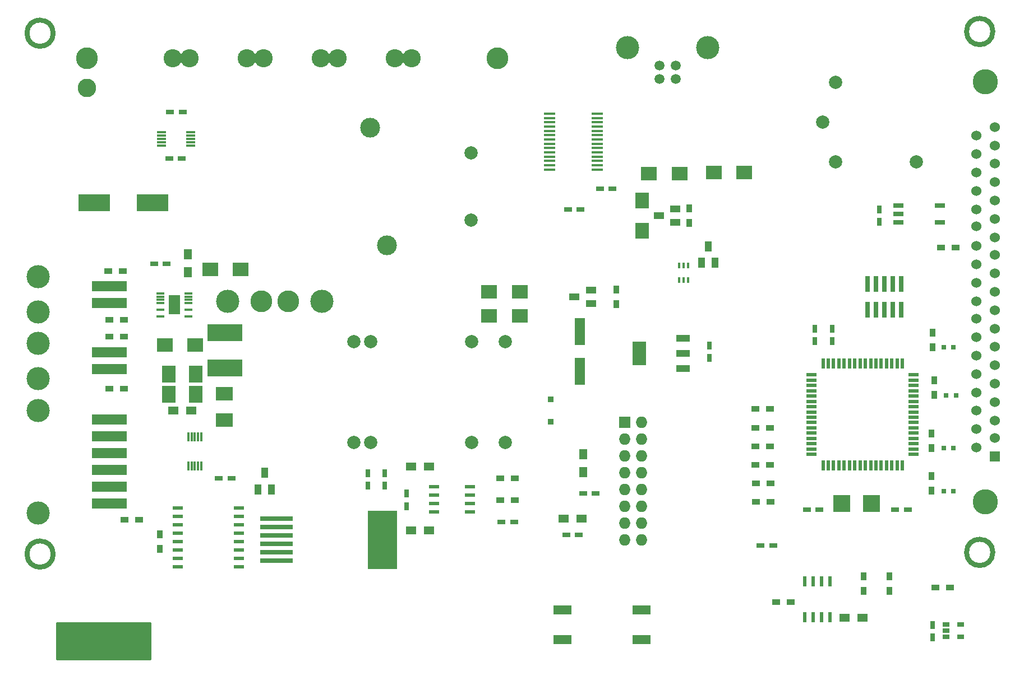
<source format=gbr>
G04 #@! TF.FileFunction,Soldermask,Top*
%FSLAX46Y46*%
G04 Gerber Fmt 4.6, Leading zero omitted, Abs format (unit mm)*
G04 Created by KiCad (PCBNEW 4.0.2-stable) date 12/22/2016 4:19:51 PM*
%MOMM*%
G01*
G04 APERTURE LIST*
%ADD10C,0.100000*%
%ADD11C,0.762000*%
%ADD12C,2.000000*%
%ADD13R,1.200000X0.750000*%
%ADD14R,0.750000X1.200000*%
%ADD15R,2.500000X2.000000*%
%ADD16R,2.000000X2.500000*%
%ADD17R,0.797560X0.797560*%
%ADD18C,3.810000*%
%ADD19R,1.524000X1.524000*%
%ADD20C,1.524000*%
%ADD21R,5.000000X0.760000*%
%ADD22R,4.500000X8.800000*%
%ADD23R,1.727200X1.727200*%
%ADD24O,1.727200X1.727200*%
%ADD25R,1.200000X0.900000*%
%ADD26R,0.900000X1.200000*%
%ADD27R,1.500000X1.300000*%
%ADD28R,1.500000X0.550000*%
%ADD29R,0.550000X1.500000*%
%ADD30R,1.060000X0.650000*%
%ADD31R,1.500000X0.600000*%
%ADD32R,1.450000X0.300000*%
%ADD33R,0.300000X1.450000*%
%ADD34R,1.550000X0.600000*%
%ADD35R,2.032000X3.657600*%
%ADD36R,2.032000X1.016000*%
%ADD37R,0.600000X1.550000*%
%ADD38R,1.750000X0.450000*%
%ADD39R,1.000000X1.500000*%
%ADD40R,1.500000X1.000000*%
%ADD41R,2.500000X2.500000*%
%ADD42R,5.330000X1.650000*%
%ADD43C,3.500000*%
%ADD44C,2.750000*%
%ADD45C,3.300000*%
%ADD46C,2.790000*%
%ADD47R,0.760000X2.400000*%
%ADD48R,1.500000X0.800000*%
%ADD49R,0.400000X0.900000*%
%ADD50C,1.501140*%
%ADD51C,3.500120*%
%ADD52C,3.000000*%
%ADD53R,1.250000X0.305000*%
%ADD54R,1.651000X2.845000*%
%ADD55C,1.500000*%
%ADD56R,2.825000X1.400000*%
%ADD57R,0.850900X0.850900*%
%ADD58R,1.300000X1.500000*%
%ADD59R,2.400000X2.000000*%
%ADD60R,2.000000X2.400000*%
%ADD61R,5.300980X2.540000*%
%ADD62R,4.800000X2.500000*%
%ADD63R,1.600000X4.100000*%
%ADD64C,0.254000*%
G04 APERTURE END LIST*
D10*
D11*
X76024803Y-137414000D02*
G75*
G03X76024803Y-137414000I-1983803J0D01*
G01*
X76024803Y-58674000D02*
G75*
G03X76024803Y-58674000I-1983803J0D01*
G01*
X217883803Y-58420000D02*
G75*
G03X217883803Y-58420000I-1983803J0D01*
G01*
X217883803Y-137160000D02*
G75*
G03X217883803Y-137160000I-1983803J0D01*
G01*
D12*
X144272000Y-120543000D03*
X139192000Y-120543000D03*
X144272000Y-105263000D03*
X139192000Y-105263000D03*
X123952000Y-105263000D03*
X121412000Y-105263000D03*
X123952000Y-120543000D03*
X121412000Y-120543000D03*
D13*
X203139000Y-130683000D03*
X205039000Y-130683000D03*
D14*
X191008000Y-105217000D03*
X191008000Y-103317000D03*
D13*
X191704000Y-130683000D03*
X189804000Y-130683000D03*
D14*
X193675000Y-105217000D03*
X193675000Y-103317000D03*
X200787000Y-87183000D03*
X200787000Y-85283000D03*
D13*
X95438000Y-77597000D03*
X93538000Y-77597000D03*
D15*
X101854000Y-113189000D03*
X101854000Y-117189000D03*
D14*
X129349500Y-128272500D03*
X129349500Y-130172500D03*
D16*
X97504000Y-113284000D03*
X93504000Y-113284000D03*
D13*
X145603000Y-132588000D03*
X143703000Y-132588000D03*
D14*
X208788000Y-150048000D03*
X208788000Y-148148000D03*
D13*
X184719000Y-136144000D03*
X182819000Y-136144000D03*
X160462000Y-82169000D03*
X158562000Y-82169000D03*
X153736000Y-85344000D03*
X155636000Y-85344000D03*
X102931000Y-125984000D03*
X101031000Y-125984000D03*
X93665000Y-70612000D03*
X95565000Y-70612000D03*
D14*
X175133000Y-105857000D03*
X175133000Y-107757000D03*
D17*
X211950300Y-106172000D03*
X210451700Y-106172000D03*
X211950300Y-121412000D03*
X210451700Y-121412000D03*
X211950300Y-127889000D03*
X210451700Y-127889000D03*
X212331300Y-113411000D03*
X210832700Y-113411000D03*
D18*
X216789000Y-66040000D03*
X216789000Y-129540000D03*
D19*
X218186000Y-122682000D03*
D20*
X218186000Y-119888000D03*
X218186000Y-117221000D03*
X218186000Y-114427000D03*
X218186000Y-111633000D03*
X218186000Y-108839000D03*
X218186000Y-106045000D03*
X218186000Y-103378000D03*
X218186000Y-100584000D03*
X218186000Y-97790000D03*
X218186000Y-94996000D03*
X218186000Y-92202000D03*
X218186000Y-89535000D03*
X218186000Y-86741000D03*
X218186000Y-83947000D03*
X218186000Y-81153000D03*
X218186000Y-78359000D03*
X218186000Y-75692000D03*
X218186000Y-72898000D03*
X215392000Y-121285000D03*
X215392000Y-118491000D03*
X215392000Y-115697000D03*
X215392000Y-113030000D03*
X215392000Y-110236000D03*
X215392000Y-107442000D03*
X215392000Y-104648000D03*
X215392000Y-101854000D03*
X215392000Y-99187000D03*
X215392000Y-96393000D03*
X215392000Y-93599000D03*
X215392000Y-90805000D03*
X215392000Y-87884000D03*
X215392000Y-85344000D03*
X215392000Y-82550000D03*
X215392000Y-79756000D03*
X215392000Y-76962000D03*
X215392000Y-74168000D03*
D21*
X109702000Y-132080000D03*
X109702000Y-138430000D03*
X109702000Y-137160000D03*
X109702000Y-135890000D03*
X109702000Y-134620000D03*
D22*
X125752000Y-135255000D03*
D21*
X109702000Y-133350000D03*
D23*
X162306000Y-117475000D03*
D24*
X164846000Y-117475000D03*
X162306000Y-120015000D03*
X164846000Y-120015000D03*
X162306000Y-122555000D03*
X164846000Y-122555000D03*
X162306000Y-125095000D03*
X164846000Y-125095000D03*
X162306000Y-127635000D03*
X164846000Y-127635000D03*
X162306000Y-130175000D03*
X164846000Y-130175000D03*
X162306000Y-132715000D03*
X164846000Y-132715000D03*
X162306000Y-135255000D03*
X164846000Y-135255000D03*
D25*
X145753000Y-125984000D03*
X143553000Y-125984000D03*
X145753000Y-129286000D03*
X143553000Y-129286000D03*
D26*
X208788000Y-106129000D03*
X208788000Y-103929000D03*
X208661000Y-121369000D03*
X208661000Y-119169000D03*
X208661000Y-127846000D03*
X208661000Y-125646000D03*
D25*
X210101000Y-91059000D03*
X212301000Y-91059000D03*
X86784000Y-132270500D03*
X88984000Y-132270500D03*
D27*
X130095000Y-124206000D03*
X132795000Y-124206000D03*
X130095000Y-133858000D03*
X132795000Y-133858000D03*
D26*
X209042000Y-113368000D03*
X209042000Y-111168000D03*
D25*
X185209000Y-144653000D03*
X187409000Y-144653000D03*
D27*
X198200000Y-147066000D03*
X195500000Y-147066000D03*
D25*
X211412000Y-142494000D03*
X209212000Y-142494000D03*
X86698000Y-112395000D03*
X84498000Y-112395000D03*
X86698000Y-104521000D03*
X84498000Y-104521000D03*
D26*
X172085000Y-87333000D03*
X172085000Y-85133000D03*
X161036000Y-99652000D03*
X161036000Y-97452000D03*
D28*
X190547000Y-110332000D03*
X190547000Y-111132000D03*
X190547000Y-111932000D03*
X190547000Y-112732000D03*
X190547000Y-113532000D03*
X190547000Y-114332000D03*
X190547000Y-115132000D03*
X190547000Y-115932000D03*
X190547000Y-116732000D03*
X190547000Y-117532000D03*
X190547000Y-118332000D03*
X190547000Y-119132000D03*
X190547000Y-119932000D03*
X190547000Y-120732000D03*
X190547000Y-121532000D03*
X190547000Y-122332000D03*
D29*
X192247000Y-124032000D03*
X193047000Y-124032000D03*
X193847000Y-124032000D03*
X194647000Y-124032000D03*
X195447000Y-124032000D03*
X196247000Y-124032000D03*
X197047000Y-124032000D03*
X197847000Y-124032000D03*
X198647000Y-124032000D03*
X199447000Y-124032000D03*
X200247000Y-124032000D03*
X201047000Y-124032000D03*
X201847000Y-124032000D03*
X202647000Y-124032000D03*
X203447000Y-124032000D03*
X204247000Y-124032000D03*
D28*
X205947000Y-122332000D03*
X205947000Y-121532000D03*
X205947000Y-120732000D03*
X205947000Y-119932000D03*
X205947000Y-119132000D03*
X205947000Y-118332000D03*
X205947000Y-117532000D03*
X205947000Y-116732000D03*
X205947000Y-115932000D03*
X205947000Y-115132000D03*
X205947000Y-114332000D03*
X205947000Y-113532000D03*
X205947000Y-112732000D03*
X205947000Y-111932000D03*
X205947000Y-111132000D03*
X205947000Y-110332000D03*
D29*
X204247000Y-108632000D03*
X203447000Y-108632000D03*
X202647000Y-108632000D03*
X201847000Y-108632000D03*
X201047000Y-108632000D03*
X200247000Y-108632000D03*
X199447000Y-108632000D03*
X198647000Y-108632000D03*
X197847000Y-108632000D03*
X197047000Y-108632000D03*
X196247000Y-108632000D03*
X195447000Y-108632000D03*
X194647000Y-108632000D03*
X193847000Y-108632000D03*
X193047000Y-108632000D03*
X192247000Y-108632000D03*
D30*
X210863000Y-148021000D03*
X210863000Y-148971000D03*
X210863000Y-149921000D03*
X213063000Y-149921000D03*
X213063000Y-148021000D03*
D31*
X94791000Y-130429000D03*
X94791000Y-131699000D03*
X94791000Y-132969000D03*
X94791000Y-134239000D03*
X94791000Y-135509000D03*
X94791000Y-136779000D03*
X94791000Y-138049000D03*
X94791000Y-139319000D03*
X104091000Y-139319000D03*
X104091000Y-138049000D03*
X104091000Y-136779000D03*
X104091000Y-135509000D03*
X104091000Y-134239000D03*
X104091000Y-132969000D03*
X104091000Y-131699000D03*
X104091000Y-130429000D03*
D32*
X96815000Y-73676000D03*
X96815000Y-74176000D03*
X96815000Y-74676000D03*
X96815000Y-75176000D03*
X96815000Y-75676000D03*
X92415000Y-74676000D03*
X92415000Y-75676000D03*
X92415000Y-75176000D03*
X92415000Y-74176000D03*
X92415000Y-73676000D03*
D33*
X96409000Y-119720000D03*
X96909000Y-119720000D03*
X97409000Y-119720000D03*
X97909000Y-119720000D03*
X98409000Y-119720000D03*
X97409000Y-124120000D03*
X98409000Y-124120000D03*
X97909000Y-124120000D03*
X96909000Y-124120000D03*
X96409000Y-124120000D03*
D34*
X133507500Y-127254000D03*
X133507500Y-128524000D03*
X133507500Y-129794000D03*
X133507500Y-131064000D03*
X138907500Y-131064000D03*
X138907500Y-129794000D03*
X138907500Y-128524000D03*
X138907500Y-127254000D03*
D35*
X164528500Y-107124500D03*
D36*
X171132500Y-107124500D03*
X171132500Y-104838500D03*
X171132500Y-109410500D03*
D37*
X193294000Y-141572000D03*
X192024000Y-141572000D03*
X190754000Y-141572000D03*
X189484000Y-141572000D03*
X189484000Y-146972000D03*
X190754000Y-146972000D03*
X192024000Y-146972000D03*
X193294000Y-146972000D03*
D38*
X150959000Y-70832000D03*
X150959000Y-71482000D03*
X150959000Y-72132000D03*
X150959000Y-72782000D03*
X150959000Y-73432000D03*
X150959000Y-74082000D03*
X150959000Y-74732000D03*
X150959000Y-75382000D03*
X150959000Y-76032000D03*
X150959000Y-76682000D03*
X150959000Y-77332000D03*
X150959000Y-77982000D03*
X150959000Y-78632000D03*
X150959000Y-79282000D03*
X158159000Y-79282000D03*
X158159000Y-78632000D03*
X158159000Y-77982000D03*
X158159000Y-77332000D03*
X158159000Y-76682000D03*
X158159000Y-76032000D03*
X158159000Y-75382000D03*
X158159000Y-74732000D03*
X158159000Y-74082000D03*
X158159000Y-73432000D03*
X158159000Y-72782000D03*
X158159000Y-72132000D03*
X158159000Y-71482000D03*
X158159000Y-70832000D03*
D39*
X108950000Y-127615000D03*
X106950000Y-127615000D03*
X107950000Y-125115000D03*
X175942500Y-93388500D03*
X173942500Y-93388500D03*
X174942500Y-90888500D03*
D40*
X169969500Y-85233000D03*
X169969500Y-87233000D03*
X167469500Y-86233000D03*
X157206000Y-97552000D03*
X157206000Y-99552000D03*
X154706000Y-98552000D03*
D41*
X199608000Y-129794000D03*
X195108000Y-129794000D03*
D42*
X84466000Y-117094000D03*
X84466000Y-129794000D03*
X84466000Y-127254000D03*
X84466000Y-119634000D03*
D43*
X73776000Y-131189000D03*
D42*
X84466000Y-124714000D03*
X84466000Y-122174000D03*
D43*
X73776000Y-115699000D03*
X73776000Y-110869000D03*
D42*
X84466000Y-109474000D03*
X84466000Y-106934000D03*
D43*
X73776000Y-105539000D03*
D44*
X94101000Y-62484000D03*
X96641000Y-62484000D03*
X130181000Y-62484000D03*
X127641000Y-62484000D03*
X105281000Y-62484000D03*
X107821000Y-62484000D03*
X119001000Y-62484000D03*
X116461000Y-62484000D03*
D45*
X81151000Y-62484000D03*
X143131000Y-62484000D03*
D46*
X81151000Y-66934000D03*
D47*
X200279000Y-96602000D03*
X201549000Y-96602000D03*
X199009000Y-96602000D03*
X204089000Y-96602000D03*
X202819000Y-96602000D03*
X204089000Y-100502000D03*
X202819000Y-100502000D03*
X201549000Y-100502000D03*
X200279000Y-100502000D03*
X199009000Y-100502000D03*
D48*
X209906000Y-87249000D03*
X209906000Y-84709000D03*
X203606000Y-84709000D03*
X203606000Y-87249000D03*
X203606000Y-85979000D03*
D49*
X170546000Y-93769000D03*
X171846000Y-93769000D03*
X171196000Y-93769000D03*
X170546000Y-95969000D03*
X171846000Y-95969000D03*
X171196000Y-95969000D03*
D50*
X170027600Y-63550800D03*
X167538400Y-63550800D03*
X167538400Y-65557400D03*
X170027600Y-65557400D03*
D51*
X174802800Y-60833000D03*
X162763200Y-60833000D03*
D14*
X123571000Y-125161000D03*
X123571000Y-127061000D03*
D43*
X73776000Y-100836000D03*
D42*
X84466000Y-99441000D03*
X84466000Y-96901000D03*
D43*
X73776000Y-95506000D03*
D26*
X92138500Y-136609000D03*
X92138500Y-134409000D03*
D25*
X86698000Y-101981000D03*
X84498000Y-101981000D03*
X86571000Y-94615000D03*
X84371000Y-94615000D03*
D52*
X123888500Y-72961500D03*
X126428500Y-90741500D03*
D12*
X139128500Y-86931500D03*
X139128500Y-76771500D03*
X194179000Y-78136000D03*
X192179000Y-72136000D03*
X194179000Y-66136000D03*
X206379000Y-78136000D03*
D53*
X96403000Y-101493000D03*
X96403000Y-100493000D03*
X96403000Y-99493000D03*
X96403000Y-98993000D03*
X96403000Y-98493000D03*
X96403000Y-97993000D03*
X92192000Y-97993000D03*
X92192000Y-98493000D03*
X92192000Y-98993000D03*
X92192000Y-99493000D03*
X92192000Y-100493000D03*
X92192000Y-101493000D03*
D54*
X94297500Y-99718000D03*
D55*
X94297500Y-99918000D03*
D56*
X164877000Y-145832000D03*
X164877000Y-150332000D03*
X152877000Y-150332000D03*
X152877000Y-145832000D03*
D57*
X151130000Y-114023140D03*
X151130000Y-117370860D03*
D43*
X116584000Y-99250500D03*
D45*
X111504000Y-99250500D03*
X107444000Y-99250500D03*
D43*
X102364000Y-99250500D03*
D27*
X94154000Y-115697000D03*
X96854000Y-115697000D03*
D58*
X96393000Y-94822000D03*
X96393000Y-92122000D03*
D16*
X97504000Y-110236000D03*
X93504000Y-110236000D03*
D13*
X93152000Y-93535500D03*
X91252000Y-93535500D03*
D14*
X126111000Y-125161000D03*
X126111000Y-127061000D03*
D13*
X156022000Y-128270000D03*
X157922000Y-128270000D03*
X155382000Y-134493000D03*
X153482000Y-134493000D03*
D26*
X198374000Y-142959000D03*
X198374000Y-140759000D03*
X202311000Y-142959000D03*
X202311000Y-140759000D03*
D59*
X92886500Y-105791000D03*
X97486500Y-105791000D03*
X165975000Y-79883000D03*
X170575000Y-79883000D03*
D60*
X164909500Y-88533000D03*
X164909500Y-83933000D03*
D59*
X175754000Y-79756000D03*
X180354000Y-79756000D03*
X146445000Y-97790000D03*
X141845000Y-97790000D03*
X141845000Y-101409500D03*
X146445000Y-101409500D03*
X104344500Y-94361000D03*
X99744500Y-94361000D03*
D61*
X101917500Y-103949500D03*
X101917500Y-109283500D03*
D58*
X156083000Y-125048000D03*
X156083000Y-122348000D03*
D27*
X153082000Y-132080000D03*
X155782000Y-132080000D03*
D62*
X91014000Y-84328000D03*
X82214000Y-84328000D03*
D63*
X155575000Y-103807000D03*
X155575000Y-109807000D03*
D25*
X184234000Y-123952000D03*
X182034000Y-123952000D03*
X184234000Y-121158000D03*
X182034000Y-121158000D03*
X184234000Y-118364000D03*
X182034000Y-118364000D03*
X184234000Y-115443000D03*
X182034000Y-115443000D03*
X184361000Y-129540000D03*
X182161000Y-129540000D03*
X184361000Y-126746000D03*
X182161000Y-126746000D03*
D64*
G36*
X90678000Y-153289000D02*
X76581000Y-153289000D01*
X76581000Y-147828000D01*
X90678000Y-147828000D01*
X90678000Y-153289000D01*
X90678000Y-153289000D01*
G37*
X90678000Y-153289000D02*
X76581000Y-153289000D01*
X76581000Y-147828000D01*
X90678000Y-147828000D01*
X90678000Y-153289000D01*
M02*

</source>
